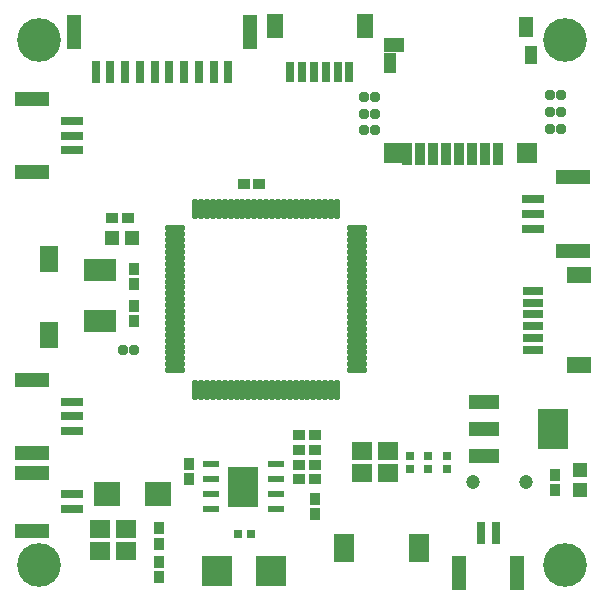
<source format=gts>
G04*
G04 #@! TF.GenerationSoftware,Altium Limited,Altium Designer,23.7.1 (13)*
G04*
G04 Layer_Color=8388736*
%FSLAX44Y44*%
%MOMM*%
G71*
G04*
G04 #@! TF.SameCoordinates,04D04BC5-F765-4596-8717-98BD9A505975*
G04*
G04*
G04 #@! TF.FilePolarity,Negative*
G04*
G01*
G75*
%ADD20R,0.8000X0.7000*%
%ADD21R,1.6532X1.2032*%
%ADD22R,1.2032X1.7532*%
%ADD23R,0.9032X1.9532*%
%ADD24R,1.0032X1.7032*%
%ADD25R,1.0032X1.6032*%
%ADD26R,1.5032X1.7032*%
%ADD27R,1.7032X1.7032*%
%ADD28R,1.7532X0.8032*%
%ADD29R,2.0032X1.4032*%
%ADD30R,2.6032X3.5032*%
%ADD31R,2.6032X1.2032*%
%ADD32R,3.0032X1.2032*%
%ADD33R,1.9032X0.8032*%
%ADD34R,1.4605X0.5588*%
%ADD35R,2.5654X3.4544*%
%ADD36R,1.7032X1.5032*%
G04:AMPARAMS|DCode=37|XSize=1.7632mm|YSize=0.4832mm|CornerRadius=0.1366mm|HoleSize=0mm|Usage=FLASHONLY|Rotation=0.000|XOffset=0mm|YOffset=0mm|HoleType=Round|Shape=RoundedRectangle|*
%AMROUNDEDRECTD37*
21,1,1.7632,0.2100,0,0,0.0*
21,1,1.4900,0.4832,0,0,0.0*
1,1,0.2732,0.7450,-0.1050*
1,1,0.2732,-0.7450,-0.1050*
1,1,0.2732,-0.7450,0.1050*
1,1,0.2732,0.7450,0.1050*
%
%ADD37ROUNDEDRECTD37*%
G04:AMPARAMS|DCode=38|XSize=0.4832mm|YSize=1.7632mm|CornerRadius=0.1366mm|HoleSize=0mm|Usage=FLASHONLY|Rotation=0.000|XOffset=0mm|YOffset=0mm|HoleType=Round|Shape=RoundedRectangle|*
%AMROUNDEDRECTD38*
21,1,0.4832,1.4900,0,0,0.0*
21,1,0.2100,1.7632,0,0,0.0*
1,1,0.2732,0.1050,-0.7450*
1,1,0.2732,-0.1050,-0.7450*
1,1,0.2732,-0.1050,0.7450*
1,1,0.2732,0.1050,0.7450*
%
%ADD38ROUNDEDRECTD38*%
G04:AMPARAMS|DCode=39|XSize=0.8032mm|YSize=0.9032mm|CornerRadius=0.1766mm|HoleSize=0mm|Usage=FLASHONLY|Rotation=180.000|XOffset=0mm|YOffset=0mm|HoleType=Round|Shape=RoundedRectangle|*
%AMROUNDEDRECTD39*
21,1,0.8032,0.5500,0,0,180.0*
21,1,0.4500,0.9032,0,0,180.0*
1,1,0.3532,-0.2250,0.2750*
1,1,0.3532,0.2250,0.2750*
1,1,0.3532,0.2250,-0.2750*
1,1,0.3532,-0.2250,-0.2750*
%
%ADD39ROUNDEDRECTD39*%
%ADD40R,1.1032X0.9032*%
%ADD41R,0.9032X1.1032*%
%ADD42R,2.2032X2.1032*%
%ADD43R,1.6032X2.2032*%
%ADD44R,0.8032X1.9032*%
%ADD45R,1.2032X3.0032*%
%ADD46R,0.8032X1.7532*%
%ADD47R,1.4032X2.0032*%
%ADD48R,0.9000X1.1000*%
%ADD49R,2.7432X1.9812*%
%ADD50R,1.3000X1.2000*%
%ADD51R,1.1000X0.9000*%
%ADD52R,2.5032X2.5032*%
%ADD53R,1.8032X2.4032*%
%ADD54R,0.7000X0.8000*%
%ADD55R,1.2000X1.3000*%
%ADD56C,1.2032*%
%ADD57C,3.7033*%
D20*
X106945Y-140834D02*
D03*
Y-130166D02*
D03*
X123000D02*
D03*
Y-140834D02*
D03*
X90889D02*
D03*
Y-130166D02*
D03*
D21*
X77750Y217500D02*
D03*
D22*
X189750Y233250D02*
D03*
D23*
X166000Y125250D02*
D03*
X155000D02*
D03*
X144000D02*
D03*
X133000D02*
D03*
X122000D02*
D03*
X111000D02*
D03*
X100000D02*
D03*
X89000D02*
D03*
D24*
X74500Y202500D02*
D03*
D25*
X193750Y209000D02*
D03*
D26*
X77000Y126500D02*
D03*
D27*
X190500Y126500D02*
D03*
D28*
X195500Y-40250D02*
D03*
Y-30250D02*
D03*
Y-20250D02*
D03*
Y-10250D02*
D03*
Y-250D02*
D03*
Y9750D02*
D03*
D29*
X234250Y-53250D02*
D03*
Y22750D02*
D03*
D30*
X212000Y-107250D02*
D03*
D31*
X154000Y-130250D02*
D03*
X154000Y-107250D02*
D03*
X154000Y-84250D02*
D03*
D32*
X-228630Y-193769D02*
D03*
X-228627Y-144270D02*
D03*
X-228630Y-127691D02*
D03*
Y-65690D02*
D03*
Y110059D02*
D03*
Y172060D02*
D03*
X229250Y43690D02*
D03*
Y105691D02*
D03*
D33*
X-195128Y-175271D02*
D03*
Y-162774D02*
D03*
X-195130Y-109190D02*
D03*
Y-96691D02*
D03*
Y-84191D02*
D03*
Y128560D02*
D03*
Y141059D02*
D03*
Y153559D02*
D03*
X195750Y62191D02*
D03*
Y74691D02*
D03*
Y87190D02*
D03*
D34*
X-22508Y-175300D02*
D03*
Y-162600D02*
D03*
Y-149900D02*
D03*
Y-137200D02*
D03*
X-76992Y-137200D02*
D03*
X-76992Y-149900D02*
D03*
Y-162600D02*
D03*
Y-175300D02*
D03*
D35*
X-49750Y-156250D02*
D03*
D36*
X-171250Y-210750D02*
D03*
X-149250D02*
D03*
Y-191750D02*
D03*
X-171250D02*
D03*
X50750Y-145000D02*
D03*
X72750D02*
D03*
Y-126000D02*
D03*
X50750D02*
D03*
D37*
X46250Y-57500D02*
D03*
Y-52500D02*
D03*
Y-47500D02*
D03*
Y-42500D02*
D03*
Y-37500D02*
D03*
Y-32500D02*
D03*
Y-27500D02*
D03*
Y-22500D02*
D03*
Y-17500D02*
D03*
Y-12500D02*
D03*
Y-7500D02*
D03*
Y-2500D02*
D03*
Y2500D02*
D03*
Y7500D02*
D03*
Y12500D02*
D03*
Y17500D02*
D03*
Y22500D02*
D03*
Y27500D02*
D03*
Y32500D02*
D03*
Y37500D02*
D03*
Y42500D02*
D03*
Y47500D02*
D03*
Y52500D02*
D03*
Y57500D02*
D03*
Y62500D02*
D03*
X-107350D02*
D03*
Y57500D02*
D03*
Y52500D02*
D03*
Y47500D02*
D03*
Y42500D02*
D03*
Y37500D02*
D03*
Y32500D02*
D03*
Y27500D02*
D03*
Y22500D02*
D03*
Y17500D02*
D03*
Y12500D02*
D03*
Y7500D02*
D03*
Y2500D02*
D03*
Y-2500D02*
D03*
Y-7500D02*
D03*
Y-12500D02*
D03*
Y-17500D02*
D03*
Y-22500D02*
D03*
Y-27500D02*
D03*
Y-32500D02*
D03*
Y-37500D02*
D03*
Y-42500D02*
D03*
Y-47500D02*
D03*
Y-52500D02*
D03*
Y-57500D02*
D03*
D38*
X9450Y-74300D02*
D03*
X14450D02*
D03*
X19450D02*
D03*
X24450D02*
D03*
X29450D02*
D03*
X4450D02*
D03*
X-550D02*
D03*
X-5550D02*
D03*
X-10550D02*
D03*
X-15550D02*
D03*
X-20550D02*
D03*
X-25550D02*
D03*
X-30550D02*
D03*
X-35550D02*
D03*
X-40550D02*
D03*
X-45550D02*
D03*
X-50550D02*
D03*
X-55550D02*
D03*
X-60550D02*
D03*
X-65550D02*
D03*
X-70550D02*
D03*
X-75550D02*
D03*
X-80550D02*
D03*
X-85550D02*
D03*
X-90550D02*
D03*
X9450Y79300D02*
D03*
X14450D02*
D03*
X19450D02*
D03*
X24450D02*
D03*
X29450D02*
D03*
X4450D02*
D03*
X-550D02*
D03*
X-5550D02*
D03*
X-10550D02*
D03*
X-15550D02*
D03*
X-20550D02*
D03*
X-25550D02*
D03*
X-30550D02*
D03*
X-35550D02*
D03*
X-40550D02*
D03*
X-45550D02*
D03*
X-50550D02*
D03*
X-55550D02*
D03*
X-60550D02*
D03*
X-65550D02*
D03*
X-70550D02*
D03*
X-75550D02*
D03*
X-80550D02*
D03*
X-85550D02*
D03*
X-90550D02*
D03*
D39*
X-142000Y-40250D02*
D03*
X-152000D02*
D03*
X52000Y145500D02*
D03*
X62000D02*
D03*
Y159500D02*
D03*
Y174000D02*
D03*
X52000D02*
D03*
Y159500D02*
D03*
X209500Y147026D02*
D03*
X219500D02*
D03*
Y161138D02*
D03*
X209500D02*
D03*
Y175250D02*
D03*
X219500D02*
D03*
D40*
X10500Y-150000D02*
D03*
Y-137500D02*
D03*
Y-125000D02*
D03*
X10500Y-112500D02*
D03*
X-2500D02*
D03*
X-2500Y-125000D02*
D03*
Y-137500D02*
D03*
Y-150000D02*
D03*
D41*
X-121500Y-233000D02*
D03*
Y-220000D02*
D03*
Y-204500D02*
D03*
Y-191500D02*
D03*
X-95750Y-150000D02*
D03*
Y-137000D02*
D03*
X10500Y-166500D02*
D03*
Y-179500D02*
D03*
D42*
X-121812Y-162000D02*
D03*
X-165500D02*
D03*
D43*
X-214508Y-27750D02*
D03*
Y36250D02*
D03*
D44*
X163771Y-195627D02*
D03*
X151274D02*
D03*
X-62471Y195231D02*
D03*
X-74971D02*
D03*
X-87473D02*
D03*
X-99972D02*
D03*
X-112471D02*
D03*
X-124973D02*
D03*
X-137472D02*
D03*
X-149972D02*
D03*
X-162471D02*
D03*
X-174970D02*
D03*
D45*
X182269Y-229130D02*
D03*
X132770Y-229128D02*
D03*
X-43970Y228731D02*
D03*
X-193469Y228734D02*
D03*
D46*
X30000Y194984D02*
D03*
X40000D02*
D03*
X20000D02*
D03*
X10000D02*
D03*
X0D02*
D03*
X-10000D02*
D03*
D47*
X53000Y233734D02*
D03*
X-23000D02*
D03*
D48*
X214250Y-159000D02*
D03*
Y-146000D02*
D03*
X-142000Y28500D02*
D03*
Y15500D02*
D03*
X-142000Y-3250D02*
D03*
Y-16250D02*
D03*
D49*
X-171250Y-15590D02*
D03*
Y27590D02*
D03*
D50*
X-143992Y54750D02*
D03*
X-160992D02*
D03*
D51*
X-147750Y71250D02*
D03*
X-160750D02*
D03*
X-49500Y99750D02*
D03*
X-36500D02*
D03*
D52*
X-26750Y-227646D02*
D03*
X-71750D02*
D03*
D53*
X99250Y-207876D02*
D03*
X35250D02*
D03*
D54*
X-43416Y-196500D02*
D03*
X-54084D02*
D03*
D55*
X235250Y-159008D02*
D03*
Y-142008D02*
D03*
D56*
X189500Y-152500D02*
D03*
X144750D02*
D03*
D57*
X222296Y-222878D02*
D03*
Y221872D02*
D03*
X-222704D02*
D03*
Y-222878D02*
D03*
M02*

</source>
